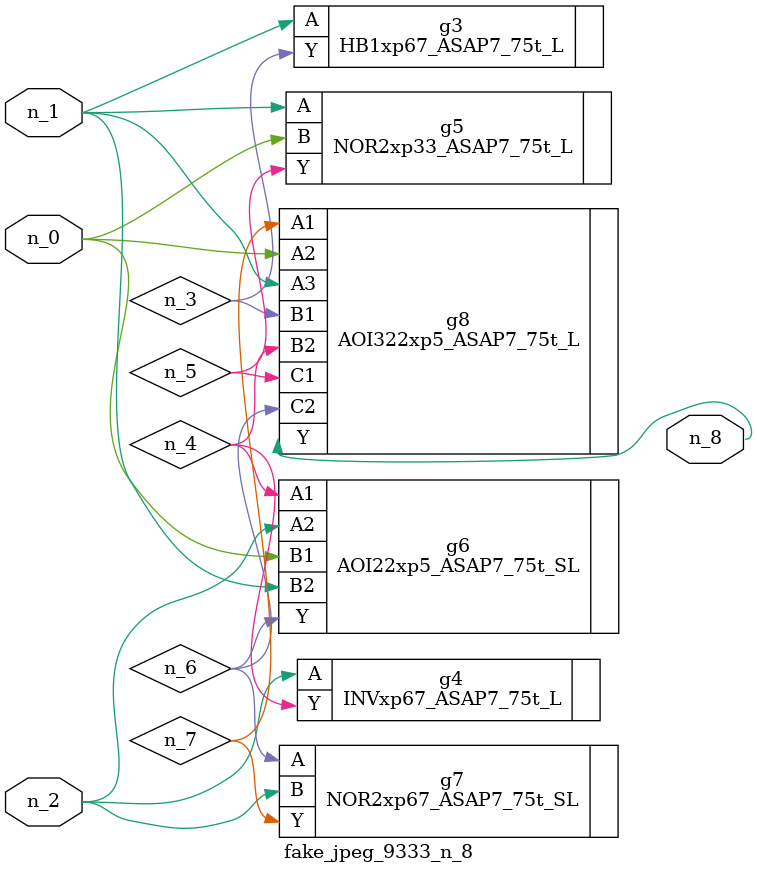
<source format=v>
module fake_jpeg_9333_n_8 (n_0, n_2, n_1, n_8);

input n_0;
input n_2;
input n_1;

output n_8;

wire n_3;
wire n_4;
wire n_6;
wire n_5;
wire n_7;

HB1xp67_ASAP7_75t_L g3 ( 
.A(n_1),
.Y(n_3)
);

INVxp67_ASAP7_75t_L g4 ( 
.A(n_2),
.Y(n_4)
);

NOR2xp33_ASAP7_75t_L g5 ( 
.A(n_1),
.B(n_0),
.Y(n_5)
);

AOI22xp5_ASAP7_75t_SL g6 ( 
.A1(n_4),
.A2(n_2),
.B1(n_0),
.B2(n_1),
.Y(n_6)
);

NOR2xp67_ASAP7_75t_SL g7 ( 
.A(n_6),
.B(n_2),
.Y(n_7)
);

AOI322xp5_ASAP7_75t_L g8 ( 
.A1(n_7),
.A2(n_0),
.A3(n_1),
.B1(n_3),
.B2(n_4),
.C1(n_5),
.C2(n_6),
.Y(n_8)
);


endmodule
</source>
